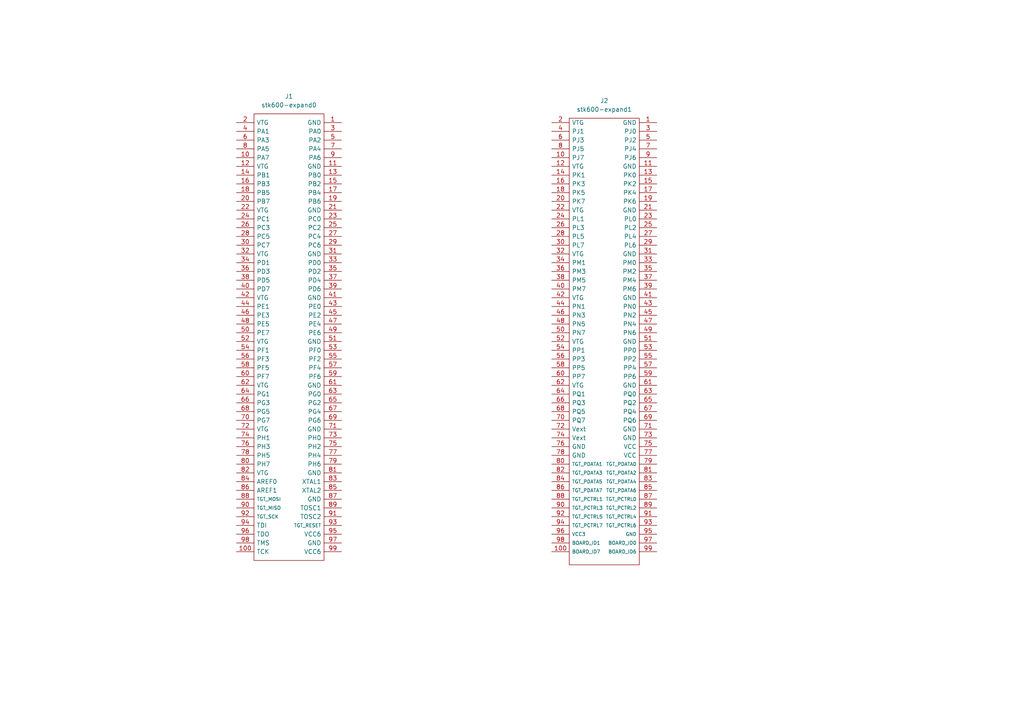
<source format=kicad_sch>
(kicad_sch (version 20211123) (generator eeschema)
  (paper "A4")
  (lib_symbols
    (symbol "my_symbols:stk600-expand0" (pin_names (offset 0.762))
      (property "Reference" "J" (at 13.97 5.715 0))
      (property "Value" "stk600-expand0" (at 6.985 3.81 0))
      (symbol "stk600-expand0_0_0"
        (pin passive line (at 30.48 0 180) (length 5.08) (name "GND") (number "1"))
        (pin passive line (at 0 -10.16 0) (length 5.08) (name "PA7") (number "10"))
        (pin passive line (at 0 -124.46 0) (length 5.08) (name "TCK") (number "100"))
        (pin passive line (at 30.48 -12.7 180) (length 5.08) (name "GND") (number "11"))
        (pin passive line (at 0 -12.7 0) (length 5.08) (name "VTG") (number "12"))
        (pin passive line (at 30.48 -15.24 180) (length 5.08) (name "PB0") (number "13"))
        (pin passive line (at 0 -15.24 0) (length 5.08) (name "PB1") (number "14"))
        (pin passive line (at 30.48 -17.78 180) (length 5.08) (name "PB2") (number "15"))
        (pin passive line (at 0 -17.78 0) (length 5.08) (name "PB3") (number "16"))
        (pin passive line (at 30.48 -20.32 180) (length 5.08) (name "PB4") (number "17"))
        (pin passive line (at 0 -20.32 0) (length 5.08) (name "PB5") (number "18"))
        (pin passive line (at 30.48 -22.86 180) (length 5.08) (name "PB6") (number "19"))
        (pin passive line (at 0 0 0) (length 5.08) (name "VTG") (number "2"))
        (pin passive line (at 0 -22.86 0) (length 5.08) (name "PB7") (number "20"))
        (pin passive line (at 30.48 -25.4 180) (length 5.08) (name "GND") (number "21"))
        (pin passive line (at 0 -25.4 0) (length 5.08) (name "VTG") (number "22"))
        (pin passive line (at 30.48 -27.94 180) (length 5.08) (name "PC0") (number "23"))
        (pin passive line (at 0 -27.94 0) (length 5.08) (name "PC1") (number "24"))
        (pin passive line (at 30.48 -30.48 180) (length 5.08) (name "PC2") (number "25"))
        (pin passive line (at 0 -30.48 0) (length 5.08) (name "PC3") (number "26"))
        (pin passive line (at 30.48 -33.02 180) (length 5.08) (name "PC4") (number "27"))
        (pin passive line (at 0 -33.02 0) (length 5.08) (name "PC5") (number "28"))
        (pin passive line (at 30.48 -35.56 180) (length 5.08) (name "PC6") (number "29"))
        (pin passive line (at 30.48 -2.54 180) (length 5.08) (name "PA0") (number "3"))
        (pin passive line (at 0 -35.56 0) (length 5.08) (name "PC7") (number "30"))
        (pin passive line (at 30.48 -38.1 180) (length 5.08) (name "GND") (number "31"))
        (pin passive line (at 0 -38.1 0) (length 5.08) (name "VTG") (number "32"))
        (pin passive line (at 30.48 -40.64 180) (length 5.08) (name "PD0") (number "33"))
        (pin passive line (at 0 -40.64 0) (length 5.08) (name "PD1") (number "34"))
        (pin passive line (at 30.48 -43.18 180) (length 5.08) (name "PD2") (number "35"))
        (pin passive line (at 0 -43.18 0) (length 5.08) (name "PD3") (number "36"))
        (pin passive line (at 30.48 -45.72 180) (length 5.08) (name "PD4") (number "37"))
        (pin passive line (at 0 -45.72 0) (length 5.08) (name "PD5") (number "38"))
        (pin passive line (at 30.48 -48.26 180) (length 5.08) (name "PD6") (number "39"))
        (pin passive line (at 0 -2.54 0) (length 5.08) (name "PA1") (number "4"))
        (pin passive line (at 0 -48.26 0) (length 5.08) (name "PD7") (number "40"))
        (pin passive line (at 30.48 -50.8 180) (length 5.08) (name "GND") (number "41"))
        (pin passive line (at 0 -50.8 0) (length 5.08) (name "VTG") (number "42"))
        (pin passive line (at 30.48 -53.34 180) (length 5.08) (name "PE0") (number "43"))
        (pin passive line (at 0 -53.34 0) (length 5.08) (name "PE1") (number "44"))
        (pin passive line (at 30.48 -55.88 180) (length 5.08) (name "PE2") (number "45"))
        (pin passive line (at 0 -55.88 0) (length 5.08) (name "PE3") (number "46"))
        (pin passive line (at 30.48 -58.42 180) (length 5.08) (name "PE4") (number "47"))
        (pin passive line (at 0 -58.42 0) (length 5.08) (name "PE5") (number "48"))
        (pin passive line (at 30.48 -60.96 180) (length 5.08) (name "PE6") (number "49"))
        (pin passive line (at 30.48 -5.08 180) (length 5.08) (name "PA2") (number "5"))
        (pin passive line (at 0 -60.96 0) (length 5.08) (name "PE7") (number "50"))
        (pin passive line (at 30.48 -63.5 180) (length 5.08) (name "GND") (number "51"))
        (pin passive line (at 0 -63.5 0) (length 5.08) (name "VTG") (number "52"))
        (pin passive line (at 30.48 -66.04 180) (length 5.08) (name "PF0") (number "53"))
        (pin passive line (at 0 -66.04 0) (length 5.08) (name "PF1") (number "54"))
        (pin passive line (at 30.48 -68.58 180) (length 5.08) (name "PF2") (number "55"))
        (pin passive line (at 0 -68.58 0) (length 5.08) (name "PF3") (number "56"))
        (pin passive line (at 30.48 -71.12 180) (length 5.08) (name "PF4") (number "57"))
        (pin passive line (at 0 -71.12 0) (length 5.08) (name "PF5") (number "58"))
        (pin passive line (at 30.48 -73.66 180) (length 5.08) (name "PF6") (number "59"))
        (pin passive line (at 0 -5.08 0) (length 5.08) (name "PA3") (number "6"))
        (pin passive line (at 0 -73.66 0) (length 5.08) (name "PF7") (number "60"))
        (pin passive line (at 30.48 -76.2 180) (length 5.08) (name "GND") (number "61"))
        (pin passive line (at 0 -76.2 0) (length 5.08) (name "VTG") (number "62"))
        (pin passive line (at 30.48 -78.74 180) (length 5.08) (name "PG0") (number "63"))
        (pin passive line (at 0 -78.74 0) (length 5.08) (name "PG1") (number "64"))
        (pin passive line (at 30.48 -81.28 180) (length 5.08) (name "PG2") (number "65"))
        (pin passive line (at 0 -81.28 0) (length 5.08) (name "PG3") (number "66"))
        (pin passive line (at 30.48 -83.82 180) (length 5.08) (name "PG4") (number "67"))
        (pin passive line (at 0 -83.82 0) (length 5.08) (name "PG5") (number "68"))
        (pin passive line (at 30.48 -86.36 180) (length 5.08) (name "PG6") (number "69"))
        (pin passive line (at 30.48 -7.62 180) (length 5.08) (name "PA4") (number "7"))
        (pin passive line (at 0 -86.36 0) (length 5.08) (name "PG7") (number "70"))
        (pin passive line (at 30.48 -88.9 180) (length 5.08) (name "GND") (number "71"))
        (pin passive line (at 0 -88.9 0) (length 5.08) (name "VTG") (number "72"))
        (pin passive line (at 30.48 -91.44 180) (length 5.08) (name "PH0") (number "73"))
        (pin passive line (at 0 -91.44 0) (length 5.08) (name "PH1") (number "74"))
        (pin passive line (at 30.48 -93.98 180) (length 5.08) (name "PH2") (number "75"))
        (pin passive line (at 0 -93.98 0) (length 5.08) (name "PH3") (number "76"))
        (pin passive line (at 30.48 -96.52 180) (length 5.08) (name "PH4") (number "77"))
        (pin passive line (at 0 -96.52 0) (length 5.08) (name "PH5") (number "78"))
        (pin passive line (at 30.48 -99.06 180) (length 5.08) (name "PH6") (number "79"))
        (pin passive line (at 0 -7.62 0) (length 5.08) (name "PA5") (number "8"))
        (pin passive line (at 0 -99.06 0) (length 5.08) (name "PH7") (number "80"))
        (pin passive line (at 30.48 -101.6 180) (length 5.08) (name "GND") (number "81"))
        (pin passive line (at 0 -101.6 0) (length 5.08) (name "VTG") (number "82"))
        (pin passive line (at 30.48 -104.14 180) (length 5.08) (name "XTAL1") (number "83"))
        (pin passive line (at 0 -104.14 0) (length 5.08) (name "AREF0") (number "84"))
        (pin passive line (at 30.48 -106.68 180) (length 5.08) (name "XTAL2") (number "85"))
        (pin passive line (at 0 -106.68 0) (length 5.08) (name "AREF1") (number "86"))
        (pin passive line (at 30.48 -109.22 180) (length 5.08) (name "GND") (number "87"))
        (pin passive line (at 0 -109.22 0) (length 5.08) (name "TGT_MOSI") (number "88"))
        (pin passive line (at 30.48 -111.76 180) (length 5.08) (name "TOSC1") (number "89"))
        (pin passive line (at 30.48 -10.16 180) (length 5.08) (name "PA6") (number "9"))
        (pin passive line (at 0 -111.76 0) (length 5.08) (name "TGT_MISO") (number "90"))
        (pin passive line (at 30.48 -114.3 180) (length 5.08) (name "TOSC2") (number "91"))
        (pin passive line (at 0 -114.3 0) (length 5.08) (name "TGT_SCK") (number "92"))
        (pin passive line (at 30.48 -116.84 180) (length 5.08) (name "TGT_RESET") (number "93"))
        (pin passive line (at 0 -116.84 0) (length 5.08) (name "TDI") (number "94"))
        (pin passive line (at 30.48 -119.38 180) (length 5.08) (name "VCC6") (number "95"))
        (pin passive line (at 0 -119.38 0) (length 5.08) (name "TDO") (number "96"))
        (pin passive line (at 30.48 -121.92 180) (length 5.08) (name "GND") (number "97"))
        (pin passive line (at 0 -121.92 0) (length 5.08) (name "TMS") (number "98"))
        (pin passive line (at 30.48 -124.46 180) (length 5.08) (name "VCC6") (number "99"))
      )
      (symbol "stk600-expand0_0_1"
        (polyline (pts (xy 5.08 2.54) (xy 25.4 2.54) (xy 25.4 -127) (xy 5.08 -127) (xy 5.08 2.54)) (stroke (width 0.1524)))
      )
    )
    (symbol "my_symbols:stk600-expand1" (pin_names (offset 0.762))
      (property "Reference" "J" (at 13.97 4.445 0))
      (property "Value" "stk600-expand1" (at 6.985 2.54 0))
      (symbol "stk600-expand1_0_0"
        (pin passive line (at 30.48 0 180) (length 5.08) (name "GND") (number "1"))
        (pin passive line (at 0 -10.16 0) (length 5.08) (name "PJ7") (number "10"))
        (pin passive line (at 0 -124.46 0) (length 5.08) (name "BOARD_ID7") (number "100"))
        (pin passive line (at 30.48 -12.7 180) (length 5.08) (name "GND") (number "11"))
        (pin passive line (at 0 -12.7 0) (length 5.08) (name "VTG") (number "12"))
        (pin passive line (at 30.48 -15.24 180) (length 5.08) (name "PK0") (number "13"))
        (pin passive line (at 0 -15.24 0) (length 5.08) (name "PK1") (number "14"))
        (pin passive line (at 30.48 -17.78 180) (length 5.08) (name "PK2") (number "15"))
        (pin passive line (at 0 -17.78 0) (length 5.08) (name "PK3") (number "16"))
        (pin passive line (at 30.48 -20.32 180) (length 5.08) (name "PK4") (number "17"))
        (pin passive line (at 0 -20.32 0) (length 5.08) (name "PK5") (number "18"))
        (pin passive line (at 30.48 -22.86 180) (length 5.08) (name "PK6") (number "19"))
        (pin passive line (at 0 0 0) (length 5.08) (name "VTG") (number "2"))
        (pin passive line (at 0 -22.86 0) (length 5.08) (name "PK7") (number "20"))
        (pin passive line (at 30.48 -25.4 180) (length 5.08) (name "GND") (number "21"))
        (pin passive line (at 0 -25.4 0) (length 5.08) (name "VTG") (number "22"))
        (pin passive line (at 30.48 -27.94 180) (length 5.08) (name "PL0") (number "23"))
        (pin passive line (at 0 -27.94 0) (length 5.08) (name "PL1") (number "24"))
        (pin passive line (at 30.48 -30.48 180) (length 5.08) (name "PL2") (number "25"))
        (pin passive line (at 0 -30.48 0) (length 5.08) (name "PL3") (number "26"))
        (pin passive line (at 30.48 -33.02 180) (length 5.08) (name "PL4") (number "27"))
        (pin passive line (at 0 -33.02 0) (length 5.08) (name "PL5") (number "28"))
        (pin passive line (at 30.48 -35.56 180) (length 5.08) (name "PL6") (number "29"))
        (pin passive line (at 30.48 -2.54 180) (length 5.08) (name "PJ0") (number "3"))
        (pin passive line (at 0 -35.56 0) (length 5.08) (name "PL7") (number "30"))
        (pin passive line (at 30.48 -38.1 180) (length 5.08) (name "GND") (number "31"))
        (pin passive line (at 0 -38.1 0) (length 5.08) (name "VTG") (number "32"))
        (pin passive line (at 30.48 -40.64 180) (length 5.08) (name "PM0") (number "33"))
        (pin passive line (at 0 -40.64 0) (length 5.08) (name "PM1") (number "34"))
        (pin passive line (at 30.48 -43.18 180) (length 5.08) (name "PM2") (number "35"))
        (pin passive line (at 0 -43.18 0) (length 5.08) (name "PM3") (number "36"))
        (pin passive line (at 30.48 -45.72 180) (length 5.08) (name "PM4") (number "37"))
        (pin passive line (at 0 -45.72 0) (length 5.08) (name "PM5") (number "38"))
        (pin passive line (at 30.48 -48.26 180) (length 5.08) (name "PM6") (number "39"))
        (pin passive line (at 0 -2.54 0) (length 5.08) (name "PJ1") (number "4"))
        (pin passive line (at 0 -48.26 0) (length 5.08) (name "PM7") (number "40"))
        (pin passive line (at 30.48 -50.8 180) (length 5.08) (name "GND") (number "41"))
        (pin passive line (at 0 -50.8 0) (length 5.08) (name "VTG") (number "42"))
        (pin passive line (at 30.48 -53.34 180) (length 5.08) (name "PN0") (number "43"))
        (pin passive line (at 0 -53.34 0) (length 5.08) (name "PN1") (number "44"))
        (pin passive line (at 30.48 -55.88 180) (length 5.08) (name "PN2") (number "45"))
        (pin passive line (at 0 -55.88 0) (length 5.08) (name "PN3") (number "46"))
        (pin passive line (at 30.48 -58.42 180) (length 5.08) (name "PN4") (number "47"))
        (pin passive line (at 0 -58.42 0) (length 5.08) (name "PN5") (number "48"))
        (pin passive line (at 30.48 -60.96 180) (length 5.08) (name "PN6") (number "49"))
        (pin passive line (at 30.48 -5.08 180) (length 5.08) (name "PJ2") (number "5"))
        (pin passive line (at 0 -60.96 0) (length 5.08) (name "PN7") (number "50"))
        (pin passive line (at 30.48 -63.5 180) (length 5.08) (name "GND") (number "51"))
        (pin passive line (at 0 -63.5 0) (length 5.08) (name "VTG") (number "52"))
        (pin passive line (at 30.48 -66.04 180) (length 5.08) (name "PP0") (number "53"))
        (pin passive line (at 0 -66.04 0) (length 5.08) (name "PP1") (number "54"))
        (pin passive line (at 30.48 -68.58 180) (length 5.08) (name "PP2") (number "55"))
        (pin passive line (at 0 -68.58 0) (length 5.08) (name "PP3") (number "56"))
        (pin passive line (at 30.48 -71.12 180) (length 5.08) (name "PP4") (number "57"))
        (pin passive line (at 0 -71.12 0) (length 5.08) (name "PP5") (number "58"))
        (pin passive line (at 30.48 -73.66 180) (length 5.08) (name "PP6") (number "59"))
        (pin passive line (at 0 -5.08 0) (length 5.08) (name "PJ3") (number "6"))
        (pin passive line (at 0 -73.66 0) (length 5.08) (name "PP7") (number "60"))
        (pin passive line (at 30.48 -76.2 180) (length 5.08) (name "GND") (number "61"))
        (pin passive line (at 0 -76.2 0) (length 5.08) (name "VTG") (number "62"))
        (pin passive line (at 30.48 -78.74 180) (length 5.08) (name "PQ0") (number "63"))
        (pin passive line (at 0 -78.74 0) (length 5.08) (name "PQ1") (number "64"))
        (pin passive line (at 30.48 -81.28 180) (length 5.08) (name "PQ2") (number "65"))
        (pin passive line (at 0 -81.28 0) (length 5.08) (name "PQ3") (number "66"))
        (pin passive line (at 30.48 -83.82 180) (length 5.08) (name "PQ4") (number "67"))
        (pin passive line (at 0 -83.82 0) (length 5.08) (name "PQ5") (number "68"))
        (pin passive line (at 30.48 -86.36 180) (length 5.08) (name "PQ6") (number "69"))
        (pin passive line (at 30.48 -7.62 180) (length 5.08) (name "PJ4") (number "7"))
        (pin passive line (at 0 -86.36 0) (length 5.08) (name "PQ7") (number "70"))
        (pin passive line (at 30.48 -88.9 180) (length 5.08) (name "GND") (number "71"))
        (pin passive line (at 0 -88.9 0) (length 5.08) (name "Vext") (number "72"))
        (pin passive line (at 30.48 -91.44 180) (length 5.08) (name "GND") (number "73"))
        (pin passive line (at 0 -91.44 0) (length 5.08) (name "Vext") (number "74"))
        (pin passive line (at 30.48 -93.98 180) (length 5.08) (name "VCC") (number "75"))
        (pin passive line (at 0 -93.98 0) (length 5.08) (name "GND") (number "76"))
        (pin passive line (at 30.48 -96.52 180) (length 5.08) (name "VCC") (number "77"))
        (pin passive line (at 0 -96.52 0) (length 5.08) (name "GND") (number "78"))
        (pin passive line (at 30.48 -99.06 180) (length 5.08) (name "TGT_PDATA0") (number "79"))
        (pin passive line (at 0 -7.62 0) (length 5.08) (name "PJ5") (number "8"))
        (pin passive line (at 0 -99.06 0) (length 5.08) (name "TGT_PDATA1") (number "80"))
        (pin passive line (at 30.48 -101.6 180) (length 5.08) (name "TGT_PDATA2") (number "81"))
        (pin passive line (at 0 -101.6 0) (length 5.08) (name "TGT_PDATA3") (number "82"))
        (pin passive line (at 30.48 -104.14 180) (length 5.08) (name "TGT_PDATA4") (number "83"))
        (pin passive line (at 0 -104.14 0) (length 5.08) (name "TGT_PDATA5") (number "84"))
        (pin passive line (at 30.48 -106.68 180) (length 5.08) (name "TGT_PDATA6") (number "85"))
        (pin passive line (at 0 -106.68 0) (length 5.08) (name "TGT_PDATA7") (number "86"))
        (pin passive line (at 30.48 -109.22 180) (length 5.08) (name "TGT_PCTRL0") (number "87"))
        (pin passive line (at 0 -109.22 0) (length 5.08) (name "TGT_PCTRL1") (number "88"))
        (pin passive line (at 30.48 -111.76 180) (length 5.08) (name "TGT_PCTRL2") (number "89"))
        (pin passive line (at 30.48 -10.16 180) (length 5.08) (name "PJ6") (number "9"))
        (pin passive line (at 0 -111.76 0) (length 5.08) (name "TGT_PCTRL3") (number "90"))
        (pin passive line (at 30.48 -114.3 180) (length 5.08) (name "TGT_PCTRL4") (number "91"))
        (pin passive line (at 0 -114.3 0) (length 5.08) (name "TGT_PCTRL5") (number "92"))
        (pin passive line (at 30.48 -116.84 180) (length 5.08) (name "TGT_PCTRL6") (number "93"))
        (pin passive line (at 0 -116.84 0) (length 5.08) (name "TGT_PCTRL7") (number "94"))
        (pin passive line (at 30.48 -119.38 180) (length 5.08) (name "GND") (number "95"))
        (pin passive line (at 0 -119.38 0) (length 5.08) (name "VCC3") (number "96"))
        (pin passive line (at 30.48 -121.92 180) (length 5.08) (name "BOARD_ID0") (number "97"))
        (pin passive line (at 0 -121.92 0) (length 5.08) (name "BOARD_ID1") (number "98"))
        (pin passive line (at 30.48 -124.46 180) (length 5.08) (name "BOARD_ID6") (number "99"))
      )
      (symbol "stk600-expand1_0_1"
        (polyline (pts (xy 5.08 1.27) (xy 25.4 1.27) (xy 25.4 -128.27) (xy 5.08 -128.27) (xy 5.08 1.27)) (stroke (width 0.1524)))
      )
    )
  )
  (symbol (lib_id "my_symbols:stk600-expand0") (at 68.58 35.56 0) (unit 1)
    (property "Reference" "J1" (at 83.82 27.94 0))
    (property "Value" "stk600-expand0" (at 83.82 30.48 0))
    (property "Footprint" "FCI-61082-101402LF:61082101402LF" (effects hide))
  )
  (symbol (lib_id "my_symbols:stk600-expand1") (at 160.02 35.56 0) (unit 1)
    (property "Reference" "J2" (at 175.26 29.21 0))
    (property "Value" "stk600-expand1" (at 175.26 31.75 0))
    (property "Footprint" "FCI-61082-101402LF:61082101402LF" (effects hide))
  )
)
</source>
